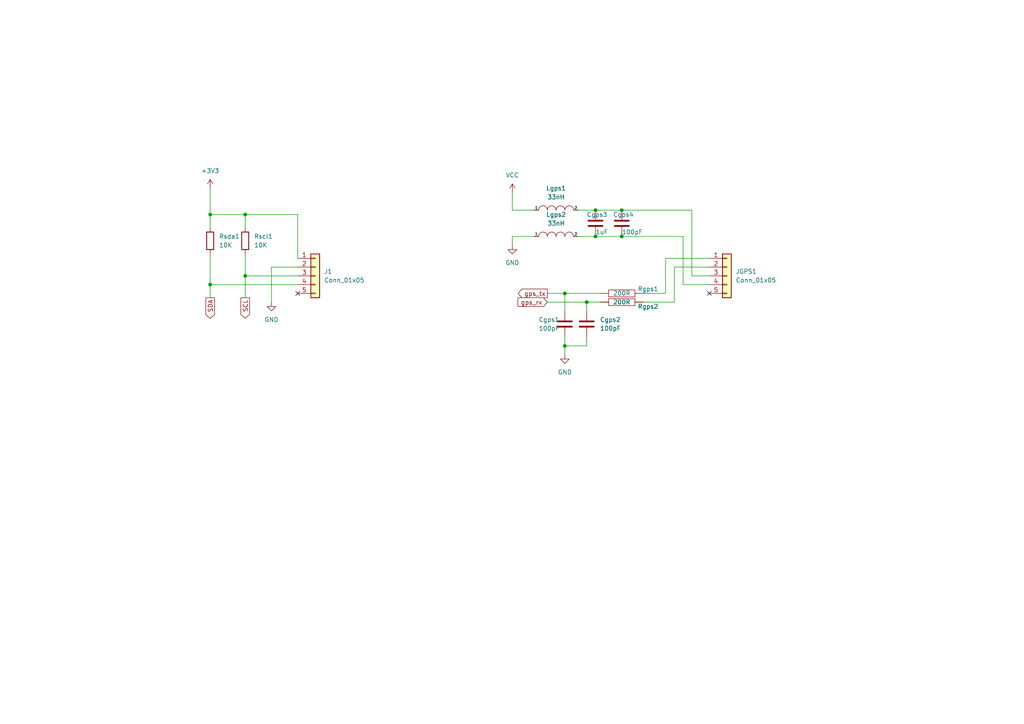
<source format=kicad_sch>
(kicad_sch (version 20211123) (generator eeschema)
  (paper "A4")
  (lib_symbols
    (symbol "Connector_Generic:Conn_01x05" (pin_names (offset 1.016) hide)
      (property "Reference" "J" (at 0 7.62 0))
      (property "Value" "Conn_01x05" (at 0 -7.62 0))
      (symbol "Conn_01x05_1_1"
        (rectangle (start -1.27 -4.953) (end 0 -5.207) (stroke (width 0.1524)))
        (rectangle (start -1.27 -2.413) (end 0 -2.667) (stroke (width 0.1524)))
        (rectangle (start -1.27 0.127) (end 0 -0.127) (stroke (width 0.1524)))
        (rectangle (start -1.27 2.667) (end 0 2.413) (stroke (width 0.1524)))
        (rectangle (start -1.27 5.207) (end 0 4.953) (stroke (width 0.1524)))
        (rectangle (start -1.27 6.35) (end 1.27 -6.35) (stroke (width 0.254)) (fill (type background)))
        (pin passive line (at -5.08 5.08 0) (length 3.81) (name "Pin_1") (number "1"))
        (pin passive line (at -5.08 2.54 0) (length 3.81) (name "Pin_2") (number "2"))
        (pin passive line (at -5.08 0 0) (length 3.81) (name "Pin_3") (number "3"))
        (pin passive line (at -5.08 -2.54 0) (length 3.81) (name "Pin_4") (number "4"))
        (pin passive line (at -5.08 -5.08 0) (length 3.81) (name "Pin_5") (number "5"))
      )
    )
    (symbol "Device:C" (pin_numbers hide) (pin_names (offset 0.254))
      (property "Reference" "C" (at 0.635 2.54 0))
      (property "Value" "C" (at 0.635 -2.54 0))
      (symbol "C_0_1"
        (polyline (pts (xy -2.032 -0.762) (xy 2.032 -0.762)) (stroke (width 0.508)))
        (polyline (pts (xy -2.032 0.762) (xy 2.032 0.762)) (stroke (width 0.508)))
      )
      (symbol "C_1_1"
        (pin passive line (at 0 3.81 270) (length 2.794) (name "~") (number "1"))
        (pin passive line (at 0 -3.81 90) (length 2.794) (name "~") (number "2"))
      )
    )
    (symbol "Device:R" (pin_numbers hide) (pin_names (offset 0))
      (property "Reference" "R" (at 2.032 0 90))
      (property "Value" "R" (at 0 0 90))
      (symbol "R_0_1"
        (rectangle (start -1.016 -2.54) (end 1.016 2.54) (stroke (width 0.254)))
      )
      (symbol "R_1_1"
        (pin passive line (at 0 3.81 270) (length 1.27) (name "~") (number "1"))
        (pin passive line (at 0 -3.81 90) (length 1.27) (name "~") (number "2"))
      )
    )
    (symbol "power:+3V3" (power) (pin_names (offset 0))
      (property "Value" "+3V3" (at 0 3.556 0))
      (symbol "+3V3_0_1"
        (polyline (pts (xy -0.762 1.27) (xy 0 2.54)))
        (polyline (pts (xy 0 0) (xy 0 2.54)))
        (polyline (pts (xy 0 2.54) (xy 0.762 1.27)))
      )
      (symbol "+3V3_1_1"
        (pin power_in line (at 0 0 90) (length 0) hide (name "+3V3") (number "1"))
      )
    )
    (symbol "power:GND" (power) (pin_names (offset 0))
      (property "Value" "GND" (at 0 -3.81 0))
      (symbol "GND_0_1"
        (polyline (pts (xy 0 0) (xy 0 -1.27) (xy 1.27 -1.27) (xy 0 -2.54) (xy -1.27 -1.27) (xy 0 -1.27)))
      )
      (symbol "GND_1_1"
        (pin power_in line (at 0 0 270) (length 0) hide (name "GND") (number "1"))
      )
    )
    (symbol "power:VCC" (power) (pin_names (offset 0))
      (property "Value" "VCC" (at 0 3.81 0))
      (symbol "VCC_0_1"
        (polyline (pts (xy -0.762 1.27) (xy 0 2.54)))
        (polyline (pts (xy 0 0) (xy 0 2.54)))
        (polyline (pts (xy 0 2.54) (xy 0.762 1.27)))
      )
      (symbol "VCC_1_1"
        (pin power_in line (at 0 0 90) (length 0) hide (name "VCC") (number "1"))
      )
    )
    (symbol "pspice:INDUCTOR" (pin_numbers hide) (pin_names (offset 0))
      (property "Reference" "L" (at 0 2.54 0))
      (property "Value" "INDUCTOR" (at 0 -1.27 0))
      (symbol "INDUCTOR_0_1"
        (arc (start -2.54 0) (mid -3.81 1.27) (end -5.08 0))
        (arc (start 0 0) (mid -1.27 1.27) (end -2.54 0))
        (arc (start 2.54 0) (mid 1.27 1.27) (end 0 0))
        (arc (start 5.08 0) (mid 3.81 1.27) (end 2.54 0))
      )
      (symbol "INDUCTOR_1_1"
        (pin input line (at -6.35 0 0) (length 1.27) (name "1") (number "1"))
        (pin input line (at 6.35 0 180) (length 1.27) (name "2") (number "2"))
      )
    )
    (symbol "pspice:R" (pin_numbers hide) (pin_names (offset 0))
      (property "Reference" "R" (at 2.032 0 90))
      (property "Value" "R" (at 0 0 90))
      (symbol "R_0_1"
        (rectangle (start -1.016 3.81) (end 1.016 -3.81))
      )
      (symbol "R_1_1"
        (pin passive line (at 0 6.35 270) (length 2.54) (name "~") (number "1"))
        (pin passive line (at 0 -6.35 90) (length 2.54) (name "~") (number "2"))
      )
    )
  )
  (junction (at 180.34 68.58))
  (junction (at 180.34 60.96))
  (junction (at 60.96 82.55))
  (junction (at 71.12 62.23))
  (junction (at 163.83 100.33))
  (junction (at 170.18 87.63))
  (junction (at 163.83 85.09))
  (junction (at 172.72 60.96))
  (junction (at 71.12 80.01))
  (junction (at 60.96 62.23))
  (junction (at 172.72 68.58))
  (no_connect (at 86.36 85.09))
  (no_connect (at 205.74 85.09))
  (wire (pts (xy 71.12 73.66) (xy 71.12 80.01)))
  (wire (pts (xy 163.83 97.79) (xy 163.83 100.33)))
  (wire (pts (xy 198.12 82.55) (xy 205.74 82.55)))
  (wire (pts (xy 158.75 85.09) (xy 163.83 85.09)))
  (wire (pts (xy 170.18 100.33) (xy 163.83 100.33)))
  (wire (pts (xy 78.74 77.47) (xy 86.36 77.47)))
  (wire (pts (xy 71.12 80.01) (xy 86.36 80.01)))
  (wire (pts (xy 158.75 87.63) (xy 170.18 87.63)))
  (wire (pts (xy 60.96 62.23) (xy 60.96 66.04)))
  (wire (pts (xy 163.83 85.09) (xy 163.83 90.17)))
  (wire (pts (xy 186.69 85.09) (xy 193.04 85.09)))
  (wire (pts (xy 60.96 54.61) (xy 60.96 62.23)))
  (wire (pts (xy 71.12 80.01) (xy 71.12 86.36)))
  (wire (pts (xy 193.04 85.09) (xy 193.04 74.93)))
  (wire (pts (xy 60.96 82.55) (xy 86.36 82.55)))
  (wire (pts (xy 71.12 62.23) (xy 86.36 62.23)))
  (wire (pts (xy 148.59 68.58) (xy 154.94 68.58)))
  (wire (pts (xy 60.96 82.55) (xy 60.96 86.36)))
  (wire (pts (xy 170.18 90.17) (xy 170.18 87.63)))
  (wire (pts (xy 200.66 60.96) (xy 180.34 60.96)))
  (wire (pts (xy 60.96 73.66) (xy 60.96 82.55)))
  (wire (pts (xy 86.36 74.93) (xy 86.36 62.23)))
  (wire (pts (xy 167.64 68.58) (xy 172.72 68.58)))
  (wire (pts (xy 205.74 77.47) (xy 195.58 77.47)))
  (wire (pts (xy 198.12 68.58) (xy 198.12 82.55)))
  (wire (pts (xy 170.18 87.63) (xy 173.99 87.63)))
  (wire (pts (xy 195.58 77.47) (xy 195.58 87.63)))
  (wire (pts (xy 193.04 74.93) (xy 205.74 74.93)))
  (wire (pts (xy 200.66 80.01) (xy 200.66 60.96)))
  (wire (pts (xy 148.59 71.12) (xy 148.59 68.58)))
  (wire (pts (xy 163.83 85.09) (xy 173.99 85.09)))
  (wire (pts (xy 78.74 87.63) (xy 78.74 77.47)))
  (wire (pts (xy 172.72 68.58) (xy 180.34 68.58)))
  (wire (pts (xy 180.34 68.58) (xy 198.12 68.58)))
  (wire (pts (xy 71.12 62.23) (xy 71.12 66.04)))
  (wire (pts (xy 60.96 62.23) (xy 71.12 62.23)))
  (wire (pts (xy 205.74 80.01) (xy 200.66 80.01)))
  (wire (pts (xy 148.59 60.96) (xy 148.59 55.88)))
  (wire (pts (xy 195.58 87.63) (xy 186.69 87.63)))
  (wire (pts (xy 172.72 60.96) (xy 167.64 60.96)))
  (wire (pts (xy 163.83 100.33) (xy 163.83 102.87)))
  (wire (pts (xy 170.18 97.79) (xy 170.18 100.33)))
  (wire (pts (xy 154.94 60.96) (xy 148.59 60.96)))
  (wire (pts (xy 180.34 60.96) (xy 172.72 60.96)))
  (global_label "gps_rx" (shape input) (at 158.75 87.63 180) (property "Riferimenti inter-foglio" "${INTERSHEET_REFS}" (effects hide)))
  (global_label "gps_tx" (shape output) (at 158.75 85.09 180) (property "Riferimenti inter-foglio" "${INTERSHEET_REFS}" (effects hide)))
  (global_label "SDA" (shape output) (at 60.96 86.36 270) (property "Riferimenti inter-foglio" "${INTERSHEET_REFS}" (effects hide)))
  (global_label "SCL" (shape output) (at 71.12 86.36 270) (property "Riferimenti inter-foglio" "${INTERSHEET_REFS}" (effects hide)))
  (symbol (lib_id "power:VCC") (at 148.59 55.88 0) (unit 1)
    (property "Reference" "#PWR0103" (effects hide))
    (property "Value" "VCC" (at 148.59 50.8 0))
  )
  (symbol (lib_id "Device:R") (at 71.12 69.85 0) (unit 1)
    (property "Reference" "Rscl1" (at 73.66 68.5799 0) (effects (justify left)))
    (property "Value" "10K" (at 73.66 71.1199 0) (effects (justify left)))
    (property "Footprint" "Resistor_SMD:R_0603_1608Metric" (effects hide))
  )
  (symbol (lib_id "Device:C") (at 170.18 93.98 0) (unit 1)
    (property "Reference" "Cgps2" (at 173.99 92.7099 0) (effects (justify left)))
    (property "Value" "100pF" (at 173.99 95.2499 0) (effects (justify left)))
    (property "Footprint" "Capacitor_SMD:C_0603_1608Metric" (effects hide))
  )
  (symbol (lib_id "Device:C") (at 163.83 93.98 0) (unit 1)
    (property "Reference" "Cgps1" (at 156.21 92.71 0) (effects (justify left)))
    (property "Value" "100pF" (at 156.21 95.25 0) (effects (justify left)))
    (property "Footprint" "Capacitor_SMD:C_0603_1608Metric" (effects hide))
  )
  (symbol (lib_id "power:GND") (at 163.83 102.87 0) (unit 1)
    (property "Reference" "#PWR0104" (effects hide))
    (property "Value" "GND" (at 163.83 107.95 0))
  )
  (symbol (lib_id "power:+3V3") (at 60.96 54.61 0) (unit 1)
    (property "Reference" "#PWR03" (effects hide))
    (property "Value" "+3V3" (at 60.96 49.53 0))
  )
  (symbol (lib_id "pspice:INDUCTOR") (at 161.29 68.58 0) (unit 1)
    (property "Reference" "Lgps2" (at 161.29 62.23 0))
    (property "Value" "33nH" (at 161.29 64.77 0))
    (property "Footprint" "Inductor_SMD:L_0603_1608Metric" (effects hide))
  )
  (symbol (lib_id "Device:C") (at 180.34 64.77 0) (unit 1)
    (property "Reference" "Cgps4" (at 177.8 62.23 0) (effects (justify left)))
    (property "Value" "100pF" (at 180.34 67.31 0) (effects (justify left)))
    (property "Footprint" "Capacitor_SMD:C_0603_1608Metric" (effects hide))
  )
  (symbol (lib_id "Device:C") (at 172.72 64.77 0) (unit 1)
    (property "Reference" "Cgps3" (at 170.18 62.23 0) (effects (justify left)))
    (property "Value" "1uF" (at 172.72 67.31 0) (effects (justify left)))
    (property "Footprint" "Capacitor_SMD:C_0603_1608Metric" (effects hide))
  )
  (symbol (lib_id "pspice:R") (at 180.34 87.63 90) (unit 1)
    (property "Reference" "Rgps2" (at 187.96 88.9 90))
    (property "Value" "200R" (at 180.34 87.63 90))
    (property "Footprint" "Resistor_SMD:R_0603_1608Metric" (effects hide))
  )
  (symbol (lib_id "Connector_Generic:Conn_01x05") (at 210.82 80.01 0) (unit 1)
    (property "Reference" "JGPS1" (at 213.36 78.7399 0) (effects (justify left)))
    (property "Value" "Conn_01x05" (at 213.36 81.2799 0) (effects (justify left)))
    (property "Footprint" "Connector_PinSocket_2.54mm:PinSocket_1x05_P2.54mm_Vertical" (effects hide))
  )
  (symbol (lib_id "pspice:R") (at 180.34 85.09 90) (unit 1)
    (property "Reference" "Rgps1" (at 187.96 83.82 90))
    (property "Value" "200R" (at 180.34 85.09 90))
    (property "Footprint" "Resistor_SMD:R_0603_1608Metric" (effects hide))
  )
  (symbol (lib_id "power:GND") (at 148.59 71.12 0) (unit 1)
    (property "Reference" "#PWR0107" (effects hide))
    (property "Value" "GND" (at 148.59 76.2 0))
  )
  (symbol (lib_id "Device:R") (at 60.96 69.85 0) (unit 1)
    (property "Reference" "Rsda1" (at 63.5 68.5799 0) (effects (justify left)))
    (property "Value" "10K" (at 63.5 71.1199 0) (effects (justify left)))
    (property "Footprint" "Resistor_SMD:R_0603_1608Metric" (effects hide))
  )
  (symbol (lib_id "pspice:INDUCTOR") (at 161.29 60.96 0) (unit 1)
    (property "Reference" "Lgps1" (at 161.29 54.61 0))
    (property "Value" "33nH" (at 161.29 57.15 0))
    (property "Footprint" "Inductor_SMD:L_0603_1608Metric" (effects hide))
  )
  (symbol (lib_id "Connector_Generic:Conn_01x05") (at 91.44 80.01 0) (unit 1)
    (property "Reference" "J1" (at 93.98 78.7399 0) (effects (justify left)))
    (property "Value" "Conn_01x05" (at 93.98 81.2799 0) (effects (justify left)))
    (property "Footprint" "Connector_PinSocket_2.54mm:PinSocket_1x05_P2.54mm_Vertical" (effects hide))
  )
  (symbol (lib_id "power:GND") (at 78.74 87.63 0) (unit 1)
    (property "Reference" "#PWR04" (effects hide))
    (property "Value" "GND" (at 78.74 92.71 0))
  )
)
</source>
